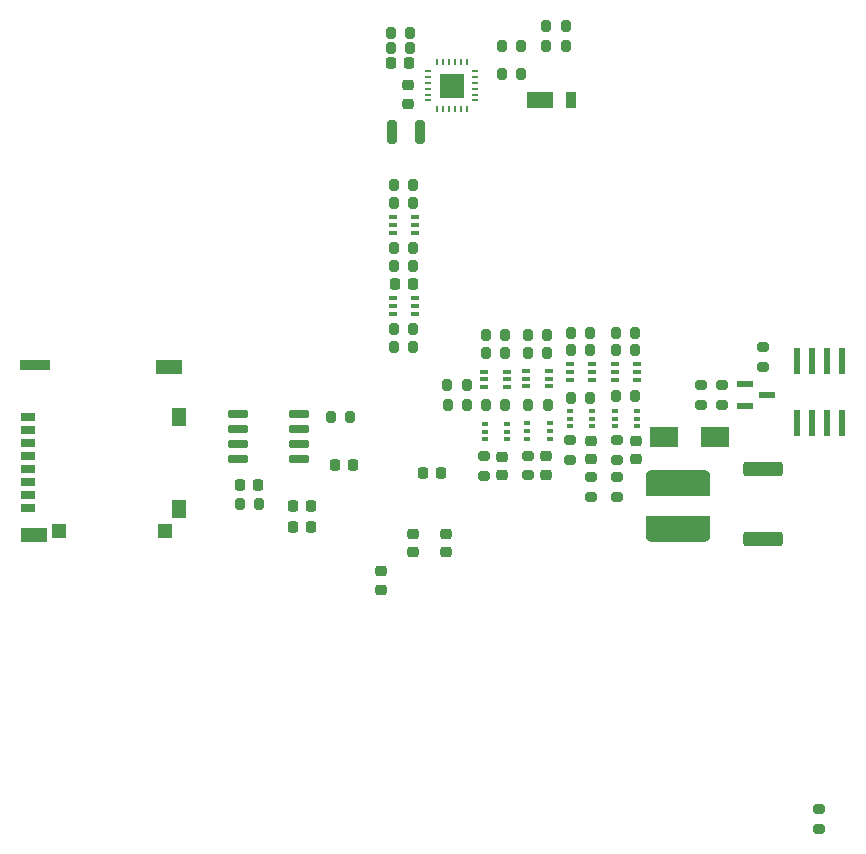
<source format=gbp>
%TF.GenerationSoftware,KiCad,Pcbnew,7.0.2-0*%
%TF.CreationDate,2024-03-08T20:06:00-08:00*%
%TF.ProjectId,mainboard,6d61696e-626f-4617-9264-2e6b69636164,rev?*%
%TF.SameCoordinates,Original*%
%TF.FileFunction,Paste,Bot*%
%TF.FilePolarity,Positive*%
%FSLAX46Y46*%
G04 Gerber Fmt 4.6, Leading zero omitted, Abs format (unit mm)*
G04 Created by KiCad (PCBNEW 7.0.2-0) date 2024-03-08 20:06:00*
%MOMM*%
%LPD*%
G01*
G04 APERTURE LIST*
G04 Aperture macros list*
%AMRoundRect*
0 Rectangle with rounded corners*
0 $1 Rounding radius*
0 $2 $3 $4 $5 $6 $7 $8 $9 X,Y pos of 4 corners*
0 Add a 4 corners polygon primitive as box body*
4,1,4,$2,$3,$4,$5,$6,$7,$8,$9,$2,$3,0*
0 Add four circle primitives for the rounded corners*
1,1,$1+$1,$2,$3*
1,1,$1+$1,$4,$5*
1,1,$1+$1,$6,$7*
1,1,$1+$1,$8,$9*
0 Add four rect primitives between the rounded corners*
20,1,$1+$1,$2,$3,$4,$5,0*
20,1,$1+$1,$4,$5,$6,$7,0*
20,1,$1+$1,$6,$7,$8,$9,0*
20,1,$1+$1,$8,$9,$2,$3,0*%
%AMFreePoly0*
4,1,17,-1.075000,2.212500,-1.059717,2.339761,-1.006018,2.475934,-0.917570,2.592570,-0.800934,2.681018,-0.664761,2.734717,-0.537500,2.750000,1.075000,2.750000,1.075000,-2.750000,-0.537500,-2.750000,-0.664761,-2.734717,-0.800934,-2.681018,-0.917570,-2.592570,-1.006018,-2.475934,-1.059717,-2.339761,-1.075000,-2.212500,-1.075000,2.212500,-1.075000,2.212500,$1*%
%AMFreePoly1*
4,1,17,-1.075000,2.750000,0.537500,2.750000,0.664761,2.734717,0.800934,2.681018,0.917570,2.592570,1.006018,2.475934,1.059717,2.339761,1.075000,2.212500,1.075000,-2.212500,1.059717,-2.339761,1.006018,-2.475934,0.917570,-2.592570,0.800934,-2.681018,0.664761,-2.734717,0.537500,-2.750000,-1.075000,-2.750000,-1.075000,2.750000,-1.075000,2.750000,$1*%
G04 Aperture macros list end*
%ADD10RoundRect,0.225000X-0.225000X-0.250000X0.225000X-0.250000X0.225000X0.250000X-0.225000X0.250000X0*%
%ADD11RoundRect,0.225000X0.250000X-0.225000X0.250000X0.225000X-0.250000X0.225000X-0.250000X-0.225000X0*%
%ADD12RoundRect,0.200000X-0.275000X0.200000X-0.275000X-0.200000X0.275000X-0.200000X0.275000X0.200000X0*%
%ADD13RoundRect,0.200000X-0.200000X-0.275000X0.200000X-0.275000X0.200000X0.275000X-0.200000X0.275000X0*%
%ADD14R,1.240000X0.800000*%
%ADD15R,1.200000X1.160000*%
%ADD16R,2.500000X0.950000*%
%ADD17R,2.200000X1.150000*%
%ADD18R,1.150000X1.500000*%
%ADD19R,1.250000X1.160000*%
%ADD20RoundRect,0.225000X-0.250000X0.225000X-0.250000X-0.225000X0.250000X-0.225000X0.250000X0.225000X0*%
%ADD21RoundRect,0.225000X0.225000X0.250000X-0.225000X0.250000X-0.225000X-0.250000X0.225000X-0.250000X0*%
%ADD22RoundRect,0.150000X-0.725000X-0.150000X0.725000X-0.150000X0.725000X0.150000X-0.725000X0.150000X0*%
%ADD23R,0.228000X0.608000*%
%ADD24R,0.608000X0.228000*%
%ADD25R,2.128000X2.128000*%
%ADD26RoundRect,0.200000X0.200000X0.275000X-0.200000X0.275000X-0.200000X-0.275000X0.200000X-0.275000X0*%
%ADD27RoundRect,0.177600X-0.222400X-0.822400X0.222400X-0.822400X0.222400X0.822400X-0.222400X0.822400X0*%
%ADD28R,0.650000X0.400000*%
%ADD29R,0.600000X0.400000*%
%ADD30RoundRect,0.200000X0.275000X-0.200000X0.275000X0.200000X-0.275000X0.200000X-0.275000X-0.200000X0*%
%ADD31R,0.900000X1.400000*%
%ADD32R,2.200000X1.400000*%
%ADD33FreePoly0,270.000000*%
%ADD34FreePoly1,270.000000*%
%ADD35R,2.350000X1.700000*%
%ADD36R,0.609600X2.209800*%
%ADD37RoundRect,0.250000X-1.425000X0.362500X-1.425000X-0.362500X1.425000X-0.362500X1.425000X0.362500X0*%
%ADD38R,1.320800X0.558800*%
G04 APERTURE END LIST*
D10*
X134480000Y-100076000D03*
X136030000Y-100076000D03*
D11*
X151892000Y-105804000D03*
X151892000Y-104254000D03*
X149098000Y-105804000D03*
X149098000Y-104254000D03*
D12*
X164211000Y-99464196D03*
X164211000Y-101114196D03*
D13*
X142177000Y-94361000D03*
X143827000Y-94361000D03*
D10*
X142481000Y-98425000D03*
X144031000Y-98425000D03*
D14*
X116517500Y-94318500D03*
X116517500Y-95418500D03*
X116517500Y-96518500D03*
X116517500Y-97618500D03*
X116517500Y-98718500D03*
X116517500Y-99818500D03*
X116517500Y-100918500D03*
X116517500Y-102018500D03*
D15*
X128147500Y-103958500D03*
D16*
X117147500Y-89973500D03*
D17*
X116997500Y-104363500D03*
X128477500Y-90073500D03*
D18*
X129272500Y-94378500D03*
X129272500Y-102158500D03*
D19*
X119147500Y-103958500D03*
D20*
X146431000Y-107429000D03*
X146431000Y-108979000D03*
D21*
X140475000Y-101854000D03*
X138925000Y-101854000D03*
D22*
X134331000Y-97917000D03*
X134331000Y-96647000D03*
X134331000Y-95377000D03*
X134331000Y-94107000D03*
X139481000Y-94107000D03*
X139481000Y-95377000D03*
X139481000Y-96647000D03*
X139481000Y-97917000D03*
D13*
X147231600Y-61798200D03*
X148881600Y-61798200D03*
D23*
X151150000Y-64294000D03*
X151650000Y-64294000D03*
X152150000Y-64294000D03*
X152650000Y-64294000D03*
X153150000Y-64294000D03*
X153650000Y-64294000D03*
D24*
X154400000Y-65044000D03*
X154400000Y-65544000D03*
X154400000Y-66044000D03*
X154400000Y-66544000D03*
X154400000Y-67044000D03*
X154400000Y-67544000D03*
D23*
X153650000Y-68294000D03*
X153150000Y-68294000D03*
X152650000Y-68294000D03*
X152150000Y-68294000D03*
X151650000Y-68294000D03*
X151150000Y-68294000D03*
D24*
X150400000Y-67544000D03*
X150400000Y-67044000D03*
X150400000Y-66544000D03*
X150400000Y-66044000D03*
X150400000Y-65544000D03*
X150400000Y-65044000D03*
D25*
X152400000Y-66294000D03*
D26*
X158305000Y-65278000D03*
X156655000Y-65278000D03*
D11*
X148666200Y-67805600D03*
X148666200Y-66255600D03*
D26*
X162038800Y-62941200D03*
X160388800Y-62941200D03*
D21*
X148806200Y-64414400D03*
X147256200Y-64414400D03*
D13*
X156655000Y-62941200D03*
X158305000Y-62941200D03*
D26*
X148881600Y-63093600D03*
X147231600Y-63093600D03*
D10*
X149925000Y-99100000D03*
X151475000Y-99100000D03*
D26*
X162038800Y-61214000D03*
X160388800Y-61214000D03*
D27*
X147320000Y-70231000D03*
X149720000Y-70231000D03*
D10*
X147561000Y-83058000D03*
X149111000Y-83058000D03*
D20*
X164211000Y-96380000D03*
X164211000Y-97930000D03*
X168021000Y-96380000D03*
X168021000Y-97930000D03*
D28*
X166182000Y-91201000D03*
X166182000Y-90551000D03*
X166182000Y-89901000D03*
X168082000Y-89901000D03*
X168082000Y-90551000D03*
X168082000Y-91201000D03*
D29*
X166182000Y-95138000D03*
X166182000Y-94488000D03*
X166182000Y-93838000D03*
X168082000Y-93838000D03*
X168082000Y-94488000D03*
X168082000Y-95138000D03*
D13*
X147511000Y-88392000D03*
X149161000Y-88392000D03*
D26*
X149161000Y-81534000D03*
X147511000Y-81534000D03*
X149161000Y-74676000D03*
X147511000Y-74676000D03*
D13*
X147511000Y-76200000D03*
X149161000Y-76200000D03*
X162497000Y-87249000D03*
X164147000Y-87249000D03*
X166307000Y-87249000D03*
X167957000Y-87249000D03*
X162497000Y-88646000D03*
X164147000Y-88646000D03*
X166307000Y-88646000D03*
X167957000Y-88646000D03*
D30*
X166370000Y-97980000D03*
X166370000Y-96330000D03*
D26*
X164147000Y-92710000D03*
X162497000Y-92710000D03*
X167957000Y-92557600D03*
X166307000Y-92557600D03*
D28*
X162372000Y-91201000D03*
X162372000Y-90551000D03*
X162372000Y-89901000D03*
X164272000Y-89901000D03*
X164272000Y-90551000D03*
X164272000Y-91201000D03*
D29*
X162372000Y-95138000D03*
X162372000Y-94488000D03*
X162372000Y-93838000D03*
X164272000Y-93838000D03*
X164272000Y-94488000D03*
X164272000Y-95138000D03*
D30*
X162433000Y-97980000D03*
X162433000Y-96330000D03*
D12*
X166370000Y-99466900D03*
X166370000Y-101116900D03*
D31*
X162461000Y-67500500D03*
D32*
X159911000Y-67500500D03*
D28*
X147386000Y-78755000D03*
X147386000Y-78105000D03*
X147386000Y-77455000D03*
X149286000Y-77455000D03*
X149286000Y-78105000D03*
X149286000Y-78755000D03*
X147386000Y-85613000D03*
X147386000Y-84963000D03*
X147386000Y-84313000D03*
X149286000Y-84313000D03*
X149286000Y-84963000D03*
X149286000Y-85613000D03*
D26*
X149161000Y-80010000D03*
X147511000Y-80010000D03*
D13*
X147511000Y-86868000D03*
X149161000Y-86868000D03*
D10*
X138925000Y-103632000D03*
X140475000Y-103632000D03*
D13*
X134430000Y-101727000D03*
X136080000Y-101727000D03*
D28*
X160627475Y-90450000D03*
X160627475Y-91100000D03*
X160627475Y-91750000D03*
X158727475Y-91750000D03*
X158727475Y-91100000D03*
X158727475Y-90450000D03*
D13*
X158832475Y-87370000D03*
X160482475Y-87370000D03*
D20*
X160367475Y-97685000D03*
X160367475Y-99235000D03*
D29*
X160697475Y-94890000D03*
X160697475Y-95540000D03*
X160697475Y-96190000D03*
X158797475Y-96190000D03*
X158797475Y-95540000D03*
X158797475Y-94890000D03*
D30*
X178750000Y-90075000D03*
X178750000Y-88425000D03*
D13*
X152025000Y-91600000D03*
X153675000Y-91600000D03*
D30*
X155120000Y-99315000D03*
X155120000Y-97665000D03*
D26*
X156950000Y-88940000D03*
X155300000Y-88940000D03*
D33*
X171547200Y-99977400D03*
D34*
X171547200Y-103827400D03*
D29*
X157115000Y-94930000D03*
X157115000Y-95580000D03*
X157115000Y-96230000D03*
X155215000Y-96230000D03*
X155215000Y-95580000D03*
X155215000Y-94930000D03*
D30*
X175250000Y-93325000D03*
X175250000Y-91675000D03*
D35*
X174650000Y-96012000D03*
X170350000Y-96012000D03*
D26*
X160482475Y-88890000D03*
X158832475Y-88890000D03*
D12*
X173500000Y-91675000D03*
X173500000Y-93325000D03*
D20*
X156620000Y-97715000D03*
X156620000Y-99265000D03*
D13*
X158867475Y-93330000D03*
X160517475Y-93330000D03*
D36*
X181595000Y-89633800D03*
X182865000Y-89633800D03*
X184135000Y-89633800D03*
X185405000Y-89633800D03*
X185405000Y-94866200D03*
X184135000Y-94866200D03*
X182865000Y-94866200D03*
X181595000Y-94866200D03*
D37*
X178765200Y-98764500D03*
X178765200Y-104689500D03*
D28*
X157060000Y-90500000D03*
X157060000Y-91150000D03*
X157060000Y-91800000D03*
X155160000Y-91800000D03*
X155160000Y-91150000D03*
X155160000Y-90500000D03*
D12*
X183515000Y-127575000D03*
X183515000Y-129225000D03*
D13*
X155285000Y-93370000D03*
X156935000Y-93370000D03*
X152050000Y-93300000D03*
X153700000Y-93300000D03*
X155275000Y-87400000D03*
X156925000Y-87400000D03*
D38*
X177246700Y-93452500D03*
X177246700Y-91547500D03*
X179126300Y-92500000D03*
D30*
X158867475Y-99285000D03*
X158867475Y-97635000D03*
M02*

</source>
